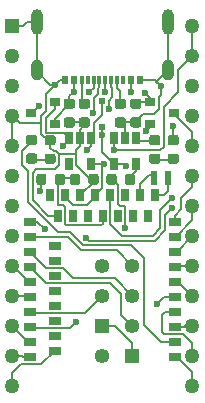
<source format=gtl>
G04 #@! TF.GenerationSoftware,KiCad,Pcbnew,(5.1.6)-1*
G04 #@! TF.CreationDate,2020-10-03T02:27:24+08:00*
G04 #@! TF.ProjectId,nrfmicro,6e72666d-6963-4726-9f2e-6b696361645f,rev?*
G04 #@! TF.SameCoordinates,Original*
G04 #@! TF.FileFunction,Copper,L1,Top*
G04 #@! TF.FilePolarity,Positive*
%FSLAX46Y46*%
G04 Gerber Fmt 4.6, Leading zero omitted, Abs format (unit mm)*
G04 Created by KiCad (PCBNEW (5.1.6)-1) date 2020-10-03 02:27:24*
%MOMM*%
%LPD*%
G01*
G04 APERTURE LIST*
G04 #@! TA.AperFunction,SMDPad,CuDef*
%ADD10R,0.300000X0.800000*%
G04 #@! TD*
G04 #@! TA.AperFunction,SMDPad,CuDef*
%ADD11R,0.500000X0.800000*%
G04 #@! TD*
G04 #@! TA.AperFunction,SMDPad,CuDef*
%ADD12R,0.550000X0.800000*%
G04 #@! TD*
G04 #@! TA.AperFunction,ComponentPad*
%ADD13O,1.000000X1.800000*%
G04 #@! TD*
G04 #@! TA.AperFunction,ComponentPad*
%ADD14O,1.000000X2.200000*%
G04 #@! TD*
G04 #@! TA.AperFunction,SMDPad,CuDef*
%ADD15R,0.650000X1.060000*%
G04 #@! TD*
G04 #@! TA.AperFunction,SMDPad,CuDef*
%ADD16R,0.600000X1.200000*%
G04 #@! TD*
G04 #@! TA.AperFunction,ComponentPad*
%ADD17O,1.270000X1.270000*%
G04 #@! TD*
G04 #@! TA.AperFunction,ComponentPad*
%ADD18R,1.270000X1.270000*%
G04 #@! TD*
G04 #@! TA.AperFunction,ComponentPad*
%ADD19R,0.650000X1.000000*%
G04 #@! TD*
G04 #@! TA.AperFunction,ComponentPad*
%ADD20R,1.000000X0.650000*%
G04 #@! TD*
G04 #@! TA.AperFunction,SMDPad,CuDef*
%ADD21R,0.650000X1.000000*%
G04 #@! TD*
G04 #@! TA.AperFunction,SMDPad,CuDef*
%ADD22R,1.000000X0.650000*%
G04 #@! TD*
G04 #@! TA.AperFunction,ComponentPad*
%ADD23C,1.270000*%
G04 #@! TD*
G04 #@! TA.AperFunction,ComponentPad*
%ADD24C,1.250000*%
G04 #@! TD*
G04 #@! TA.AperFunction,SMDPad,CuDef*
%ADD25R,0.500000X0.500000*%
G04 #@! TD*
G04 #@! TA.AperFunction,SMDPad,CuDef*
%ADD26R,0.900000X0.800000*%
G04 #@! TD*
G04 #@! TA.AperFunction,ViaPad*
%ADD27C,0.600000*%
G04 #@! TD*
G04 #@! TA.AperFunction,Conductor*
%ADD28C,0.200000*%
G04 #@! TD*
G04 APERTURE END LIST*
G04 #@! TA.AperFunction,SMDPad,CuDef*
G36*
G01*
X21981250Y-30100000D02*
X21468750Y-30100000D01*
G75*
G02*
X21250000Y-29881250I0J218750D01*
G01*
X21250000Y-29443750D01*
G75*
G02*
X21468750Y-29225000I218750J0D01*
G01*
X21981250Y-29225000D01*
G75*
G02*
X22200000Y-29443750I0J-218750D01*
G01*
X22200000Y-29881250D01*
G75*
G02*
X21981250Y-30100000I-218750J0D01*
G01*
G37*
G04 #@! TD.AperFunction*
G04 #@! TA.AperFunction,SMDPad,CuDef*
G36*
G01*
X21981250Y-31675000D02*
X21468750Y-31675000D01*
G75*
G02*
X21250000Y-31456250I0J218750D01*
G01*
X21250000Y-31018750D01*
G75*
G02*
X21468750Y-30800000I218750J0D01*
G01*
X21981250Y-30800000D01*
G75*
G02*
X22200000Y-31018750I0J-218750D01*
G01*
X22200000Y-31456250D01*
G75*
G02*
X21981250Y-31675000I-218750J0D01*
G01*
G37*
G04 #@! TD.AperFunction*
G04 #@! TA.AperFunction,SMDPad,CuDef*
G36*
G01*
X33981250Y-31687500D02*
X33468750Y-31687500D01*
G75*
G02*
X33250000Y-31468750I0J218750D01*
G01*
X33250000Y-31031250D01*
G75*
G02*
X33468750Y-30812500I218750J0D01*
G01*
X33981250Y-30812500D01*
G75*
G02*
X34200000Y-31031250I0J-218750D01*
G01*
X34200000Y-31468750D01*
G75*
G02*
X33981250Y-31687500I-218750J0D01*
G01*
G37*
G04 #@! TD.AperFunction*
G04 #@! TA.AperFunction,SMDPad,CuDef*
G36*
G01*
X33981250Y-30112500D02*
X33468750Y-30112500D01*
G75*
G02*
X33250000Y-29893750I0J218750D01*
G01*
X33250000Y-29456250D01*
G75*
G02*
X33468750Y-29237500I218750J0D01*
G01*
X33981250Y-29237500D01*
G75*
G02*
X34200000Y-29456250I0J-218750D01*
G01*
X34200000Y-29893750D01*
G75*
G02*
X33981250Y-30112500I-218750J0D01*
G01*
G37*
G04 #@! TD.AperFunction*
D10*
X25971600Y-24600000D03*
X26471600Y-24600000D03*
X29471600Y-24600000D03*
X28971600Y-24600000D03*
X27971600Y-24600000D03*
X27471600Y-24600000D03*
X28471600Y-24600000D03*
X26971600Y-24600000D03*
D11*
X25321600Y-24600000D03*
X30121600Y-24600000D03*
D12*
X30921600Y-24600000D03*
X24521600Y-24600000D03*
D13*
X22146600Y-23700000D03*
X33296600Y-23700000D03*
D14*
X22146600Y-19700000D03*
X33296600Y-19700000D03*
D15*
X30576600Y-29457000D03*
X29626600Y-29457000D03*
X28676600Y-29457000D03*
X28676600Y-31657000D03*
X30576600Y-31657000D03*
X26766600Y-31657000D03*
X24866600Y-31657000D03*
X24866600Y-29457000D03*
X25816600Y-29457000D03*
X26766600Y-29457000D03*
D16*
X33300000Y-32850000D03*
X32100000Y-32850000D03*
D17*
X27721600Y-40320000D03*
X27721600Y-42860000D03*
D18*
X27721600Y-45400000D03*
D17*
X27721600Y-47940000D03*
D18*
X30261600Y-47940000D03*
D17*
X30261600Y-45400000D03*
X30261600Y-42860000D03*
X30261600Y-40320000D03*
D19*
X27743000Y-36062000D03*
X23933000Y-36062000D03*
X25203000Y-36062000D03*
X29013000Y-36062000D03*
X26473000Y-36062000D03*
X31553000Y-36062000D03*
X30283000Y-36062000D03*
D20*
X23679000Y-47492000D03*
X23679000Y-46222000D03*
X23679000Y-44952000D03*
X23679000Y-43682000D03*
X23679000Y-42412000D03*
X23679000Y-41142000D03*
X23679000Y-39872000D03*
D21*
X27110000Y-34351000D03*
X23300000Y-34351000D03*
X28380000Y-34351000D03*
X29650000Y-34351000D03*
X30920000Y-34351000D03*
X25840000Y-34351000D03*
X32190000Y-34351000D03*
X24570000Y-34351000D03*
D22*
X21601000Y-36570000D03*
X21601000Y-37840000D03*
X21601000Y-42920000D03*
X21601000Y-39110000D03*
X21601000Y-44190000D03*
X21601000Y-45460000D03*
X21601000Y-46730000D03*
X21601000Y-41650000D03*
X21601000Y-48000000D03*
X21601000Y-40380000D03*
X33839000Y-48000000D03*
X33839000Y-46730000D03*
X33839000Y-45460000D03*
X33839000Y-44190000D03*
X33839000Y-42920000D03*
X33839000Y-41650000D03*
X33839000Y-40380000D03*
X33839000Y-39110000D03*
X33839000Y-37840000D03*
X33839000Y-36570000D03*
D20*
X23679000Y-38602000D03*
D18*
X20101600Y-20000000D03*
D23*
X35341600Y-20000000D03*
D24*
X35341600Y-22540000D03*
D23*
X35341600Y-25080000D03*
X35341600Y-27620000D03*
X35341600Y-30160000D03*
X35341600Y-32700000D03*
X35341600Y-35240000D03*
X35341600Y-37780000D03*
X35341600Y-40320000D03*
X35341600Y-42860000D03*
X35341600Y-45400000D03*
X35341600Y-47940000D03*
X35341600Y-50480000D03*
X20101600Y-50480000D03*
X20101600Y-47940000D03*
X20101600Y-45400000D03*
X20101600Y-42860000D03*
X20101600Y-40320000D03*
X20101600Y-37780000D03*
X20101600Y-35240000D03*
X20101600Y-32700000D03*
X20101600Y-30160000D03*
X20101600Y-27620000D03*
X20101600Y-25080000D03*
X20101600Y-22540000D03*
D25*
X27721600Y-28545500D03*
X27721600Y-26345500D03*
G04 #@! TA.AperFunction,SMDPad,CuDef*
G36*
G01*
X30293750Y-26157000D02*
X30806250Y-26157000D01*
G75*
G02*
X31025000Y-26375750I0J-218750D01*
G01*
X31025000Y-26813250D01*
G75*
G02*
X30806250Y-27032000I-218750J0D01*
G01*
X30293750Y-27032000D01*
G75*
G02*
X30075000Y-26813250I0J218750D01*
G01*
X30075000Y-26375750D01*
G75*
G02*
X30293750Y-26157000I218750J0D01*
G01*
G37*
G04 #@! TD.AperFunction*
G04 #@! TA.AperFunction,SMDPad,CuDef*
G36*
G01*
X30293750Y-27732000D02*
X30806250Y-27732000D01*
G75*
G02*
X31025000Y-27950750I0J-218750D01*
G01*
X31025000Y-28388250D01*
G75*
G02*
X30806250Y-28607000I-218750J0D01*
G01*
X30293750Y-28607000D01*
G75*
G02*
X30075000Y-28388250I0J218750D01*
G01*
X30075000Y-27950750D01*
G75*
G02*
X30293750Y-27732000I218750J0D01*
G01*
G37*
G04 #@! TD.AperFunction*
G04 #@! TA.AperFunction,SMDPad,CuDef*
G36*
G01*
X32406250Y-30112500D02*
X31893750Y-30112500D01*
G75*
G02*
X31675000Y-29893750I0J218750D01*
G01*
X31675000Y-29456250D01*
G75*
G02*
X31893750Y-29237500I218750J0D01*
G01*
X32406250Y-29237500D01*
G75*
G02*
X32625000Y-29456250I0J-218750D01*
G01*
X32625000Y-29893750D01*
G75*
G02*
X32406250Y-30112500I-218750J0D01*
G01*
G37*
G04 #@! TD.AperFunction*
G04 #@! TA.AperFunction,SMDPad,CuDef*
G36*
G01*
X32406250Y-31687500D02*
X31893750Y-31687500D01*
G75*
G02*
X31675000Y-31468750I0J218750D01*
G01*
X31675000Y-31031250D01*
G75*
G02*
X31893750Y-30812500I218750J0D01*
G01*
X32406250Y-30812500D01*
G75*
G02*
X32625000Y-31031250I0J-218750D01*
G01*
X32625000Y-31468750D01*
G75*
G02*
X32406250Y-31687500I-218750J0D01*
G01*
G37*
G04 #@! TD.AperFunction*
D26*
X23669500Y-28334500D03*
X23669500Y-26434500D03*
X21669500Y-27384500D03*
G04 #@! TA.AperFunction,SMDPad,CuDef*
G36*
G01*
X24671350Y-27732000D02*
X25183850Y-27732000D01*
G75*
G02*
X25402600Y-27950750I0J-218750D01*
G01*
X25402600Y-28388250D01*
G75*
G02*
X25183850Y-28607000I-218750J0D01*
G01*
X24671350Y-28607000D01*
G75*
G02*
X24452600Y-28388250I0J218750D01*
G01*
X24452600Y-27950750D01*
G75*
G02*
X24671350Y-27732000I218750J0D01*
G01*
G37*
G04 #@! TD.AperFunction*
G04 #@! TA.AperFunction,SMDPad,CuDef*
G36*
G01*
X24671350Y-26157000D02*
X25183850Y-26157000D01*
G75*
G02*
X25402600Y-26375750I0J-218750D01*
G01*
X25402600Y-26813250D01*
G75*
G02*
X25183850Y-27032000I-218750J0D01*
G01*
X24671350Y-27032000D01*
G75*
G02*
X24452600Y-26813250I0J218750D01*
G01*
X24452600Y-26375750D01*
G75*
G02*
X24671350Y-26157000I218750J0D01*
G01*
G37*
G04 #@! TD.AperFunction*
G04 #@! TA.AperFunction,SMDPad,CuDef*
G36*
G01*
X25941350Y-27732000D02*
X26453850Y-27732000D01*
G75*
G02*
X26672600Y-27950750I0J-218750D01*
G01*
X26672600Y-28388250D01*
G75*
G02*
X26453850Y-28607000I-218750J0D01*
G01*
X25941350Y-28607000D01*
G75*
G02*
X25722600Y-28388250I0J218750D01*
G01*
X25722600Y-27950750D01*
G75*
G02*
X25941350Y-27732000I218750J0D01*
G01*
G37*
G04 #@! TD.AperFunction*
G04 #@! TA.AperFunction,SMDPad,CuDef*
G36*
G01*
X25941350Y-26157000D02*
X26453850Y-26157000D01*
G75*
G02*
X26672600Y-26375750I0J-218750D01*
G01*
X26672600Y-26813250D01*
G75*
G02*
X26453850Y-27032000I-218750J0D01*
G01*
X25941350Y-27032000D01*
G75*
G02*
X25722600Y-26813250I0J218750D01*
G01*
X25722600Y-26375750D01*
G75*
G02*
X25941350Y-26157000I218750J0D01*
G01*
G37*
G04 #@! TD.AperFunction*
G04 #@! TA.AperFunction,SMDPad,CuDef*
G36*
G01*
X28989350Y-27732000D02*
X29501850Y-27732000D01*
G75*
G02*
X29720600Y-27950750I0J-218750D01*
G01*
X29720600Y-28388250D01*
G75*
G02*
X29501850Y-28607000I-218750J0D01*
G01*
X28989350Y-28607000D01*
G75*
G02*
X28770600Y-28388250I0J218750D01*
G01*
X28770600Y-27950750D01*
G75*
G02*
X28989350Y-27732000I218750J0D01*
G01*
G37*
G04 #@! TD.AperFunction*
G04 #@! TA.AperFunction,SMDPad,CuDef*
G36*
G01*
X28989350Y-26157000D02*
X29501850Y-26157000D01*
G75*
G02*
X29720600Y-26375750I0J-218750D01*
G01*
X29720600Y-26813250D01*
G75*
G02*
X29501850Y-27032000I-218750J0D01*
G01*
X28989350Y-27032000D01*
G75*
G02*
X28770600Y-26813250I0J218750D01*
G01*
X28770600Y-26375750D01*
G75*
G02*
X28989350Y-26157000I218750J0D01*
G01*
G37*
G04 #@! TD.AperFunction*
G04 #@! TA.AperFunction,SMDPad,CuDef*
G36*
G01*
X23556250Y-30112500D02*
X23043750Y-30112500D01*
G75*
G02*
X22825000Y-29893750I0J218750D01*
G01*
X22825000Y-29456250D01*
G75*
G02*
X23043750Y-29237500I218750J0D01*
G01*
X23556250Y-29237500D01*
G75*
G02*
X23775000Y-29456250I0J-218750D01*
G01*
X23775000Y-29893750D01*
G75*
G02*
X23556250Y-30112500I-218750J0D01*
G01*
G37*
G04 #@! TD.AperFunction*
G04 #@! TA.AperFunction,SMDPad,CuDef*
G36*
G01*
X23556250Y-31687500D02*
X23043750Y-31687500D01*
G75*
G02*
X22825000Y-31468750I0J218750D01*
G01*
X22825000Y-31031250D01*
G75*
G02*
X23043750Y-30812500I218750J0D01*
G01*
X23556250Y-30812500D01*
G75*
G02*
X23775000Y-31031250I0J-218750D01*
G01*
X23775000Y-31468750D01*
G75*
G02*
X23556250Y-31687500I-218750J0D01*
G01*
G37*
G04 #@! TD.AperFunction*
X33766000Y-27384500D03*
X31766000Y-28334500D03*
X31766000Y-26434500D03*
G04 #@! TA.AperFunction,SMDPad,CuDef*
G36*
G01*
X30500000Y-32743750D02*
X30500000Y-33256250D01*
G75*
G02*
X30281250Y-33475000I-218750J0D01*
G01*
X29843750Y-33475000D01*
G75*
G02*
X29625000Y-33256250I0J218750D01*
G01*
X29625000Y-32743750D01*
G75*
G02*
X29843750Y-32525000I218750J0D01*
G01*
X30281250Y-32525000D01*
G75*
G02*
X30500000Y-32743750I0J-218750D01*
G01*
G37*
G04 #@! TD.AperFunction*
G04 #@! TA.AperFunction,SMDPad,CuDef*
G36*
G01*
X28925000Y-32743750D02*
X28925000Y-33256250D01*
G75*
G02*
X28706250Y-33475000I-218750J0D01*
G01*
X28268750Y-33475000D01*
G75*
G02*
X28050000Y-33256250I0J218750D01*
G01*
X28050000Y-32743750D01*
G75*
G02*
X28268750Y-32525000I218750J0D01*
G01*
X28706250Y-32525000D01*
G75*
G02*
X28925000Y-32743750I0J-218750D01*
G01*
G37*
G04 #@! TD.AperFunction*
G04 #@! TA.AperFunction,SMDPad,CuDef*
G36*
G01*
X22112500Y-33256250D02*
X22112500Y-32743750D01*
G75*
G02*
X22331250Y-32525000I218750J0D01*
G01*
X22768750Y-32525000D01*
G75*
G02*
X22987500Y-32743750I0J-218750D01*
G01*
X22987500Y-33256250D01*
G75*
G02*
X22768750Y-33475000I-218750J0D01*
G01*
X22331250Y-33475000D01*
G75*
G02*
X22112500Y-33256250I0J218750D01*
G01*
G37*
G04 #@! TD.AperFunction*
G04 #@! TA.AperFunction,SMDPad,CuDef*
G36*
G01*
X23687500Y-33256250D02*
X23687500Y-32743750D01*
G75*
G02*
X23906250Y-32525000I218750J0D01*
G01*
X24343750Y-32525000D01*
G75*
G02*
X24562500Y-32743750I0J-218750D01*
G01*
X24562500Y-33256250D01*
G75*
G02*
X24343750Y-33475000I-218750J0D01*
G01*
X23906250Y-33475000D01*
G75*
G02*
X23687500Y-33256250I0J218750D01*
G01*
G37*
G04 #@! TD.AperFunction*
G04 #@! TA.AperFunction,SMDPad,CuDef*
G36*
G01*
X26525000Y-33256250D02*
X26525000Y-32743750D01*
G75*
G02*
X26743750Y-32525000I218750J0D01*
G01*
X27181250Y-32525000D01*
G75*
G02*
X27400000Y-32743750I0J-218750D01*
G01*
X27400000Y-33256250D01*
G75*
G02*
X27181250Y-33475000I-218750J0D01*
G01*
X26743750Y-33475000D01*
G75*
G02*
X26525000Y-33256250I0J218750D01*
G01*
G37*
G04 #@! TD.AperFunction*
G04 #@! TA.AperFunction,SMDPad,CuDef*
G36*
G01*
X24950000Y-33256250D02*
X24950000Y-32743750D01*
G75*
G02*
X25168750Y-32525000I218750J0D01*
G01*
X25606250Y-32525000D01*
G75*
G02*
X25825000Y-32743750I0J-218750D01*
G01*
X25825000Y-33256250D01*
G75*
G02*
X25606250Y-33475000I-218750J0D01*
G01*
X25168750Y-33475000D01*
G75*
G02*
X24950000Y-33256250I0J218750D01*
G01*
G37*
G04 #@! TD.AperFunction*
D27*
X23725000Y-25000000D03*
X32681068Y-25128387D03*
X29638001Y-37151360D03*
X32350000Y-43550000D03*
X22860541Y-37221058D03*
X26339254Y-37917325D03*
X33603255Y-35448216D03*
X25321600Y-25578400D03*
X27721600Y-29278400D03*
X29725000Y-31825000D03*
X33710000Y-28460000D03*
X30120000Y-25620000D03*
X28685010Y-30525010D03*
X22319499Y-26800000D03*
X22474998Y-34009839D03*
X27970000Y-25595498D03*
X26616770Y-25630002D03*
X26968817Y-27409751D03*
X28259355Y-27004399D03*
X25471600Y-45060000D03*
X31296985Y-25662015D03*
X33601692Y-34601250D03*
X27851598Y-31700000D03*
X31400698Y-28896948D03*
X26400000Y-30540000D03*
X24350000Y-30200000D03*
D28*
X20101600Y-30160000D02*
X20101600Y-27620000D01*
X24927600Y-28169500D02*
X24980500Y-28169500D01*
X26197600Y-28169500D02*
X26197600Y-28427400D01*
X26197600Y-28169500D02*
X24927600Y-28169500D01*
X29626600Y-29457000D02*
X29626600Y-28550500D01*
X29626600Y-28550500D02*
X29245600Y-28169500D01*
X29247600Y-28167500D02*
X29245600Y-28169500D01*
X25816600Y-28808400D02*
X25816600Y-29457000D01*
X26197600Y-28427400D02*
X25816600Y-28808400D01*
X29252600Y-28162500D02*
X29245600Y-28169500D01*
X30525000Y-28162500D02*
X29252600Y-28162500D01*
X27087500Y-33103500D02*
X25840000Y-34351000D01*
X27087500Y-32900000D02*
X27087500Y-33103500D01*
X26962500Y-32900000D02*
X26596140Y-32900000D01*
X26596140Y-32900000D02*
X25491601Y-31795461D01*
X23746150Y-32124990D02*
X24075010Y-31796130D01*
X22116370Y-32124990D02*
X23746150Y-32124990D01*
X21812490Y-34758780D02*
X21812490Y-32428870D01*
X23115710Y-36062000D02*
X21812490Y-34758780D01*
X21812490Y-32428870D02*
X22116370Y-32124990D01*
X23933000Y-36062000D02*
X23115710Y-36062000D01*
X25816600Y-29457000D02*
X25816600Y-30163400D01*
X24123021Y-30826999D02*
X24075010Y-30875010D01*
X25491601Y-30858399D02*
X25463001Y-30858399D01*
X25431601Y-30826999D02*
X24123021Y-30826999D01*
X25491601Y-30858399D02*
X25491601Y-31795461D01*
X25463001Y-30858399D02*
X25431601Y-30826999D01*
X24075010Y-31796130D02*
X24075010Y-30875010D01*
X25491601Y-30488399D02*
X25491601Y-30858399D01*
X25816600Y-30163400D02*
X25491601Y-30488399D01*
X23824990Y-30624990D02*
X24075010Y-30875010D01*
X23624990Y-30624990D02*
X23824990Y-30624990D01*
X23300000Y-30300000D02*
X23624990Y-30624990D01*
X23300000Y-29787500D02*
X23300000Y-30300000D01*
X22919499Y-25805501D02*
X22919498Y-27218803D01*
X22519489Y-29140190D02*
X23166799Y-29787500D01*
X23725000Y-25000000D02*
X22919499Y-25805501D01*
X23166799Y-29787500D02*
X23300000Y-29787500D01*
X22919498Y-27218803D02*
X22519489Y-27618812D01*
X22483979Y-28254999D02*
X22519489Y-28219489D01*
X20736599Y-28254999D02*
X22483979Y-28254999D01*
X20101600Y-27620000D02*
X20736599Y-28254999D01*
X22519489Y-27618812D02*
X22519489Y-28219489D01*
X22519489Y-28219489D02*
X22519489Y-29140190D01*
X32298652Y-24730000D02*
X33296600Y-23732052D01*
X32298652Y-24745971D02*
X32298652Y-24730000D01*
X32681068Y-25128387D02*
X32298652Y-24745971D01*
X23300736Y-25000000D02*
X22146600Y-23845864D01*
X23725000Y-25000000D02*
X23300736Y-25000000D01*
X30525000Y-28162500D02*
X31187500Y-27500000D01*
X31187500Y-27500000D02*
X32090502Y-27500000D01*
X32090502Y-27500000D02*
X32516001Y-27074501D01*
X32681068Y-25868932D02*
X32516001Y-26033999D01*
X32681068Y-25128387D02*
X32681068Y-25868932D01*
X32516001Y-27074501D02*
X32516001Y-26033999D01*
X24125000Y-24600000D02*
X23725000Y-25000000D01*
X24521600Y-24600000D02*
X24125000Y-24600000D01*
X32152681Y-24600000D02*
X32681068Y-25128387D01*
X30921600Y-24600000D02*
X32152681Y-24600000D01*
X20101600Y-20000000D02*
X21000000Y-20000000D01*
X21300000Y-19700000D02*
X22146600Y-19700000D01*
X21000000Y-20000000D02*
X21300000Y-19700000D01*
X33296600Y-23700000D02*
X33296600Y-19700000D01*
X22146600Y-23700000D02*
X22146600Y-19700000D01*
X29638001Y-37151360D02*
X29638001Y-37151360D01*
X27721600Y-45400000D02*
X28811600Y-45400000D01*
X30261600Y-46850000D02*
X30261600Y-47940000D01*
X28811600Y-45400000D02*
X30261600Y-46850000D01*
X29638001Y-35321999D02*
X29638001Y-37151360D01*
X29024999Y-35091001D02*
X29195997Y-35261999D01*
X29578001Y-35261999D02*
X29638001Y-35321999D01*
X29024999Y-33437499D02*
X29024999Y-35091001D01*
X29195997Y-35261999D02*
X29578001Y-35261999D01*
X28487500Y-32900000D02*
X29024999Y-33437499D01*
X33839000Y-42920000D02*
X32980000Y-42920000D01*
X32980000Y-42920000D02*
X32350000Y-43550000D01*
X22209483Y-36570000D02*
X22860541Y-37221058D01*
X21601000Y-36570000D02*
X22209483Y-36570000D01*
X33021600Y-37310000D02*
X32146631Y-38184969D01*
X32146631Y-38184969D02*
X26606898Y-38184969D01*
X26606898Y-38184969D02*
X26339254Y-37917325D01*
X33021600Y-36029871D02*
X33021600Y-37310000D01*
X33603255Y-35448216D02*
X33021600Y-36029871D01*
X33899000Y-40320000D02*
X33839000Y-40380000D01*
X35341600Y-40320000D02*
X33899000Y-40320000D01*
X34011600Y-39110000D02*
X35341600Y-37780000D01*
X33839000Y-39110000D02*
X34011600Y-39110000D01*
X35341600Y-33640000D02*
X35341600Y-32700000D01*
X34406599Y-34575001D02*
X35341600Y-33640000D01*
X34406599Y-35493401D02*
X34406599Y-34575001D01*
X33839000Y-36061000D02*
X34406599Y-35493401D01*
X33839000Y-36570000D02*
X33839000Y-36061000D01*
X35341600Y-36432402D02*
X35341600Y-35240000D01*
X33934002Y-37840000D02*
X35341600Y-36432402D01*
X33839000Y-37840000D02*
X33934002Y-37840000D01*
X21601000Y-48000000D02*
X21000000Y-48000000D01*
X20940000Y-47940000D02*
X20101600Y-47940000D01*
X21000000Y-48000000D02*
X20940000Y-47940000D01*
X21431600Y-46730000D02*
X21601000Y-46730000D01*
X20101600Y-45400000D02*
X21431600Y-46730000D01*
X24927600Y-26594500D02*
X24927600Y-25972400D01*
X25321600Y-25578400D02*
X25321600Y-24730000D01*
X24927600Y-25972400D02*
X25321600Y-25578400D01*
X27721600Y-29278400D02*
X27721600Y-28545500D01*
X23669500Y-27852600D02*
X24927600Y-26594500D01*
X23669500Y-28334500D02*
X23669500Y-27852600D01*
X28676600Y-31657000D02*
X28119599Y-31099999D01*
X33710000Y-29772500D02*
X33725000Y-29787500D01*
X33710000Y-28460000D02*
X33710000Y-29772500D01*
X30121600Y-24730000D02*
X30121600Y-25281600D01*
X27721600Y-30702000D02*
X28119599Y-31099999D01*
X27721600Y-29278400D02*
X27721600Y-30702000D01*
X30121600Y-24600000D02*
X30121600Y-25281600D01*
X25321600Y-24600000D02*
X25321600Y-25578400D01*
X30121600Y-25618400D02*
X30120000Y-25620000D01*
X30121600Y-24600000D02*
X30121600Y-25618400D01*
X28676600Y-31657000D02*
X29557000Y-31657000D01*
X29557000Y-31657000D02*
X29725000Y-31825000D01*
X28926589Y-38984989D02*
X30261600Y-40320000D01*
X25953217Y-38984989D02*
X28926589Y-38984989D01*
X21601000Y-37840000D02*
X24808229Y-37840000D01*
X24808229Y-37840000D02*
X25953217Y-38984989D01*
X35341600Y-22540000D02*
X35341600Y-20000000D01*
X28676600Y-30516600D02*
X28685010Y-30525010D01*
X28676600Y-29457000D02*
X28676600Y-30516600D01*
X21669500Y-27384500D02*
X21734999Y-27384500D01*
X21734999Y-27384500D02*
X22319499Y-26800000D01*
X22487368Y-32962632D02*
X22550000Y-32900000D01*
X22487368Y-33740470D02*
X22487368Y-32962632D01*
X32621130Y-30525010D02*
X28685010Y-30525010D01*
X34130249Y-23751351D02*
X34130249Y-25630249D01*
X34130249Y-25630249D02*
X32925010Y-26835488D01*
X32925010Y-26835488D02*
X32925010Y-30221130D01*
X35341600Y-22540000D02*
X34130249Y-23751351D01*
X32925010Y-30221130D02*
X32621130Y-30525010D01*
X22550000Y-33934837D02*
X22474998Y-34009839D01*
X22550000Y-33000000D02*
X22550000Y-33934837D01*
X27971600Y-24730000D02*
X27971600Y-25593898D01*
X27971600Y-25593898D02*
X27970000Y-25595498D01*
X26971600Y-24730000D02*
X26969989Y-24731611D01*
X26969989Y-25276783D02*
X26616770Y-25630002D01*
X26969989Y-24731611D02*
X26969989Y-25276783D01*
X21601000Y-40380000D02*
X22988001Y-41767001D01*
X23164599Y-41767001D02*
X28378601Y-41767001D01*
X28378601Y-41767001D02*
X29326599Y-42714999D01*
X22988001Y-41767001D02*
X23164599Y-41767001D01*
X29326599Y-44464999D02*
X30261600Y-45400000D01*
X29326599Y-42714999D02*
X29326599Y-44464999D01*
X27471600Y-24730000D02*
X27471600Y-25205896D01*
X26972610Y-27405958D02*
X26968817Y-27409751D01*
X26972610Y-26137390D02*
X26972610Y-27405958D01*
X28471600Y-25209096D02*
X28570001Y-25307497D01*
X28471600Y-24730000D02*
X28471600Y-25209096D01*
X28570001Y-25307497D02*
X28570001Y-26061459D01*
X27369999Y-25307497D02*
X27369999Y-25740001D01*
X27471600Y-25205896D02*
X27369999Y-25307497D01*
X27369999Y-25740001D02*
X26972610Y-26137390D01*
X27471600Y-24600000D02*
X27471600Y-25205896D01*
X28271601Y-26992153D02*
X28259355Y-27004399D01*
X28271601Y-26359859D02*
X28271601Y-26992153D01*
X28570001Y-26061459D02*
X28271601Y-26359859D01*
X28570001Y-25288403D02*
X28570001Y-26061459D01*
X28471600Y-25190002D02*
X28570001Y-25288403D01*
X28471600Y-24600000D02*
X28471600Y-25190002D01*
X30261600Y-42860000D02*
X28768591Y-41366991D01*
X22988001Y-40497001D02*
X21601000Y-39110000D01*
X24399003Y-40497001D02*
X22988001Y-40497001D01*
X28768591Y-41366991D02*
X25268993Y-41366991D01*
X25268993Y-41366991D02*
X24399003Y-40497001D01*
X34131600Y-41650000D02*
X33839000Y-41650000D01*
X35341600Y-42860000D02*
X34131600Y-41650000D01*
X35341600Y-50480000D02*
X35341600Y-49367320D01*
X34014000Y-48000000D02*
X35341600Y-49327600D01*
X33839000Y-48000000D02*
X34014000Y-48000000D01*
X35341600Y-49327600D02*
X35341600Y-49367320D01*
X21505998Y-41650000D02*
X21601000Y-41650000D01*
X20175998Y-40320000D02*
X21505998Y-41650000D01*
X20101600Y-40320000D02*
X20175998Y-40320000D01*
X21541000Y-42860000D02*
X21601000Y-42920000D01*
X20101600Y-42860000D02*
X21541000Y-42860000D01*
X21787499Y-29862500D02*
X21775001Y-29874998D01*
X20949990Y-30562510D02*
X21725000Y-29787500D01*
X31250000Y-39650000D02*
X30184979Y-38584979D01*
X31250000Y-45300000D02*
X31250000Y-39650000D01*
X32680000Y-46730000D02*
X31250000Y-45300000D01*
X21412480Y-34924469D02*
X21412480Y-32258620D01*
X30184979Y-38584979D02*
X26118906Y-38584979D01*
X23928002Y-37439990D02*
X21412480Y-34924469D01*
X33839000Y-46730000D02*
X32680000Y-46730000D01*
X21412480Y-32258620D02*
X20949990Y-31796130D01*
X26118906Y-38584979D02*
X24973917Y-37439990D01*
X24973917Y-37439990D02*
X23928002Y-37439990D01*
X20949990Y-31796130D02*
X20949990Y-30562510D01*
X35341600Y-45400000D02*
X34650000Y-45400000D01*
X34590000Y-45460000D02*
X33839000Y-45460000D01*
X34650000Y-45400000D02*
X34590000Y-45460000D01*
X35341600Y-46867598D02*
X34579001Y-46104999D01*
X35341600Y-47940000D02*
X35341600Y-46867598D01*
X34579001Y-46104999D02*
X32954999Y-46104999D01*
X32954999Y-46104999D02*
X32750000Y-45900000D01*
X32750000Y-45900000D02*
X32750000Y-44500000D01*
X33060000Y-44190000D02*
X33839000Y-44190000D01*
X32750000Y-44500000D02*
X33060000Y-44190000D01*
X33300000Y-33950000D02*
X32899000Y-34351000D01*
X32899000Y-34351000D02*
X32190000Y-34351000D01*
X33300000Y-33950000D02*
X33300000Y-32650000D01*
X30920000Y-34351000D02*
X30920000Y-33380000D01*
X31650000Y-32650000D02*
X32100000Y-32650000D01*
X30920000Y-33380000D02*
X31650000Y-32650000D01*
X22521010Y-48649990D02*
X23679000Y-47492000D01*
X20101600Y-49374120D02*
X20825730Y-48649990D01*
X20825730Y-48649990D02*
X22521010Y-48649990D01*
X20101600Y-50480000D02*
X20101600Y-49374120D01*
X24954599Y-45577001D02*
X25471600Y-45060000D01*
X21601000Y-45460000D02*
X21718001Y-45577001D01*
X21718001Y-45577001D02*
X24954599Y-45577001D01*
X26274599Y-44307001D02*
X27721600Y-42860000D01*
X21718001Y-44307001D02*
X26274599Y-44307001D01*
X21601000Y-44190000D02*
X21718001Y-44307001D01*
X30678000Y-26434500D02*
X30500000Y-26612500D01*
X31766000Y-26434500D02*
X30678000Y-26434500D01*
X31766000Y-26131030D02*
X31296985Y-25662015D01*
X31766000Y-26434500D02*
X31766000Y-26131030D01*
X32701471Y-35501471D02*
X33601692Y-34601250D01*
X32621590Y-35581352D02*
X32701471Y-35501471D01*
X28380000Y-34351000D02*
X28380000Y-36794002D01*
X29370957Y-37784959D02*
X31980943Y-37784959D01*
X28380000Y-36794002D02*
X29370957Y-37784959D01*
X31980943Y-37784959D02*
X32621590Y-37144312D01*
X32621590Y-37144312D02*
X32621590Y-35581352D01*
X25971600Y-26368500D02*
X25971600Y-24730000D01*
X26197600Y-26594500D02*
X25971600Y-26368500D01*
X28971600Y-24600000D02*
X28971600Y-25271600D01*
X29245600Y-25545600D02*
X29245600Y-26594500D01*
X28971600Y-25271600D02*
X29245600Y-25545600D01*
X35341600Y-30160000D02*
X35341600Y-29016600D01*
X33766000Y-27441000D02*
X33766000Y-27384500D01*
X35341600Y-29016600D02*
X33766000Y-27441000D01*
X21950000Y-31362500D02*
X21475000Y-31362500D01*
X21725000Y-31362500D02*
X23300000Y-31362500D01*
X27808598Y-31657000D02*
X27851598Y-31700000D01*
X26766600Y-31657000D02*
X27808598Y-31657000D01*
X27110000Y-34351000D02*
X27700010Y-33760990D01*
X31766000Y-28531646D02*
X31400698Y-28896948D01*
X31766000Y-28334500D02*
X31766000Y-28531646D01*
X27700010Y-33760990D02*
X27700010Y-31851588D01*
X27700010Y-31851588D02*
X27851598Y-31700000D01*
X24570000Y-34526000D02*
X24570000Y-34351000D01*
X25195001Y-35151001D02*
X24570000Y-34526000D01*
X26448999Y-35151001D02*
X25195001Y-35151001D01*
X27110000Y-34351000D02*
X27110000Y-34490000D01*
X27110000Y-34490000D02*
X26448999Y-35151001D01*
X30576600Y-32260900D02*
X29937500Y-32900000D01*
X30576600Y-31657000D02*
X30576600Y-32260900D01*
X25387500Y-32900000D02*
X24125000Y-32900000D01*
X23944999Y-33180001D02*
X24125000Y-33000000D01*
X23944999Y-35091001D02*
X23944999Y-33180001D01*
X24387003Y-35151001D02*
X24004999Y-35151001D01*
X24558001Y-35321999D02*
X24387003Y-35151001D01*
X24558001Y-36782003D02*
X24558001Y-35321999D01*
X24637999Y-36862001D02*
X24558001Y-36782003D01*
X27642999Y-36862001D02*
X24637999Y-36862001D01*
X24004999Y-35151001D02*
X23944999Y-35091001D01*
X27743000Y-36762000D02*
X27642999Y-36862001D01*
X27743000Y-36062000D02*
X27743000Y-36762000D01*
X33500000Y-31362500D02*
X32150000Y-31362500D01*
X32150000Y-29787500D02*
X32137499Y-29800001D01*
X30907100Y-29787500D02*
X30576600Y-29457000D01*
X32150000Y-29787500D02*
X30907100Y-29787500D01*
X27721600Y-26345500D02*
X27721600Y-26654152D01*
X26766600Y-29457000D02*
X26766600Y-30173400D01*
X26766600Y-30173400D02*
X26400000Y-30540000D01*
X27721600Y-26654152D02*
X27659354Y-26716398D01*
X27659354Y-26716398D02*
X27659354Y-27567744D01*
X24866600Y-29457000D02*
X24866600Y-29683400D01*
X24866600Y-29683400D02*
X24350000Y-30200000D01*
X24444101Y-29034501D02*
X24866600Y-29457000D01*
X23669500Y-27034500D02*
X22919499Y-27784501D01*
X23669500Y-26434500D02*
X23669500Y-27034500D01*
X22919499Y-27784501D02*
X22919499Y-28974501D01*
X22919499Y-28974501D02*
X22979499Y-29034501D01*
X22979499Y-29034501D02*
X24444101Y-29034501D01*
X26972610Y-29250990D02*
X26766600Y-29457000D01*
X27659354Y-27567744D02*
X26972610Y-28254488D01*
X26972610Y-28254488D02*
X26972610Y-29250990D01*
M02*

</source>
